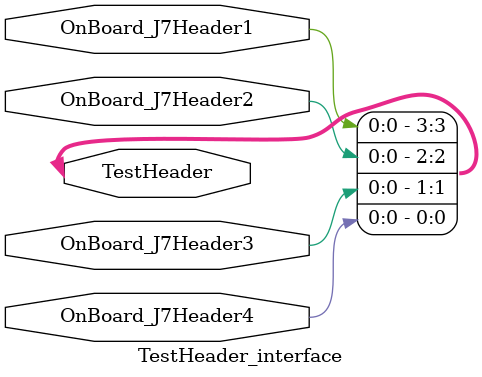
<source format=v>
module TestHeader_interface (
	// Pins
	inout	OnBoard_J7Header1,
	inout	OnBoard_J7Header2,
	inout	OnBoard_J7Header3,
	inout	OnBoard_J7Header4,
	// Wires
	inout	[3:0] TestHeader
	);
	
	// Wire up Test Header.	
	assign {OnBoard_J7Header1, 
	        OnBoard_J7Header2, 
	        OnBoard_J7Header3, 
	        OnBoard_J7Header4} = TestHeader;
endmodule

</source>
